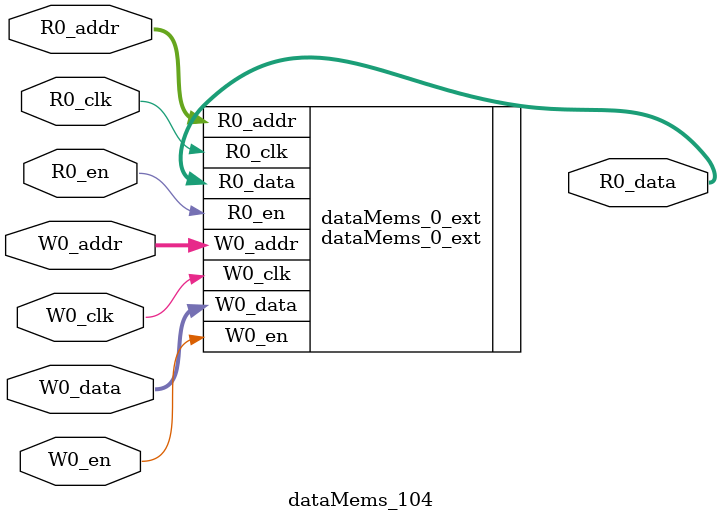
<source format=sv>
`ifndef RANDOMIZE
  `ifdef RANDOMIZE_REG_INIT
    `define RANDOMIZE
  `endif // RANDOMIZE_REG_INIT
`endif // not def RANDOMIZE
`ifndef RANDOMIZE
  `ifdef RANDOMIZE_MEM_INIT
    `define RANDOMIZE
  `endif // RANDOMIZE_MEM_INIT
`endif // not def RANDOMIZE

`ifndef RANDOM
  `define RANDOM $random
`endif // not def RANDOM

// Users can define 'PRINTF_COND' to add an extra gate to prints.
`ifndef PRINTF_COND_
  `ifdef PRINTF_COND
    `define PRINTF_COND_ (`PRINTF_COND)
  `else  // PRINTF_COND
    `define PRINTF_COND_ 1
  `endif // PRINTF_COND
`endif // not def PRINTF_COND_

// Users can define 'ASSERT_VERBOSE_COND' to add an extra gate to assert error printing.
`ifndef ASSERT_VERBOSE_COND_
  `ifdef ASSERT_VERBOSE_COND
    `define ASSERT_VERBOSE_COND_ (`ASSERT_VERBOSE_COND)
  `else  // ASSERT_VERBOSE_COND
    `define ASSERT_VERBOSE_COND_ 1
  `endif // ASSERT_VERBOSE_COND
`endif // not def ASSERT_VERBOSE_COND_

// Users can define 'STOP_COND' to add an extra gate to stop conditions.
`ifndef STOP_COND_
  `ifdef STOP_COND
    `define STOP_COND_ (`STOP_COND)
  `else  // STOP_COND
    `define STOP_COND_ 1
  `endif // STOP_COND
`endif // not def STOP_COND_

// Users can define INIT_RANDOM as general code that gets injected into the
// initializer block for modules with registers.
`ifndef INIT_RANDOM
  `define INIT_RANDOM
`endif // not def INIT_RANDOM

// If using random initialization, you can also define RANDOMIZE_DELAY to
// customize the delay used, otherwise 0.002 is used.
`ifndef RANDOMIZE_DELAY
  `define RANDOMIZE_DELAY 0.002
`endif // not def RANDOMIZE_DELAY

// Define INIT_RANDOM_PROLOG_ for use in our modules below.
`ifndef INIT_RANDOM_PROLOG_
  `ifdef RANDOMIZE
    `ifdef VERILATOR
      `define INIT_RANDOM_PROLOG_ `INIT_RANDOM
    `else  // VERILATOR
      `define INIT_RANDOM_PROLOG_ `INIT_RANDOM #`RANDOMIZE_DELAY begin end
    `endif // VERILATOR
  `else  // RANDOMIZE
    `define INIT_RANDOM_PROLOG_
  `endif // RANDOMIZE
`endif // not def INIT_RANDOM_PROLOG_

// Include register initializers in init blocks unless synthesis is set
`ifndef SYNTHESIS
  `ifndef ENABLE_INITIAL_REG_
    `define ENABLE_INITIAL_REG_
  `endif // not def ENABLE_INITIAL_REG_
`endif // not def SYNTHESIS

// Include rmemory initializers in init blocks unless synthesis is set
`ifndef SYNTHESIS
  `ifndef ENABLE_INITIAL_MEM_
    `define ENABLE_INITIAL_MEM_
  `endif // not def ENABLE_INITIAL_MEM_
`endif // not def SYNTHESIS

module dataMems_104(	// @[generators/ara/src/main/scala/UnsafeAXI4ToTL.scala:365:62]
  input  [4:0]  R0_addr,
  input         R0_en,
  input         R0_clk,
  output [66:0] R0_data,
  input  [4:0]  W0_addr,
  input         W0_en,
  input         W0_clk,
  input  [66:0] W0_data
);

  dataMems_0_ext dataMems_0_ext (	// @[generators/ara/src/main/scala/UnsafeAXI4ToTL.scala:365:62]
    .R0_addr (R0_addr),
    .R0_en   (R0_en),
    .R0_clk  (R0_clk),
    .R0_data (R0_data),
    .W0_addr (W0_addr),
    .W0_en   (W0_en),
    .W0_clk  (W0_clk),
    .W0_data (W0_data)
  );
endmodule


</source>
